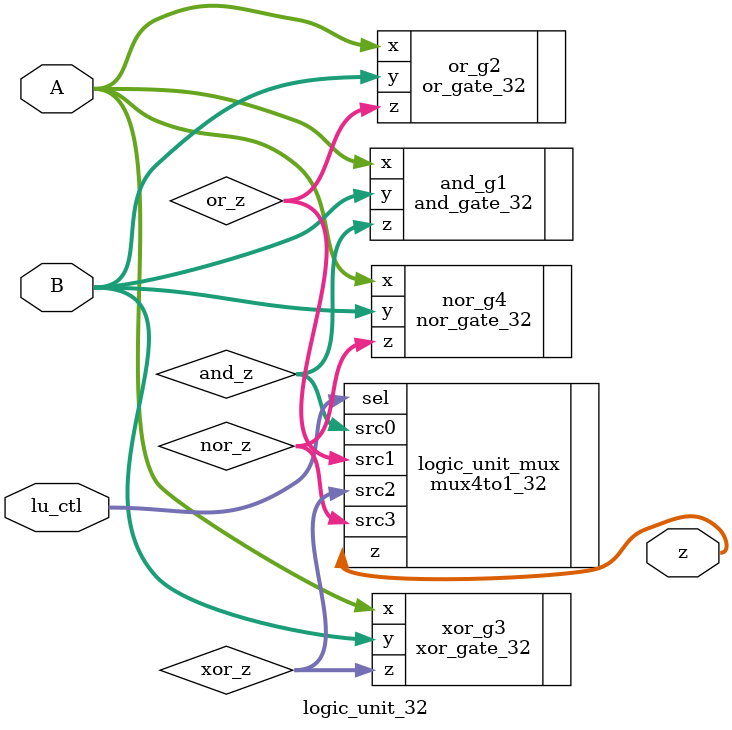
<source format=v>
module logic_unit_32(A, B, lu_ctl, z);
	input [31:0] A;
	input [31:0] B;
	input [1:0] lu_ctl;
	output wire [31:0] z;

	// Create internal wiring for and, or, xor, nor results.
	wire [31:0] and_z;
	wire [31:0] or_z;
	wire [31:0] xor_z;
	wire [31:0] nor_z;

	// AND (A & B) using and_gate_32.v
	and_gate_32 and_g1(.x(A), .y(B), .z(and_z));

	// OR (A | B) using or_gate_32.v
	or_gate_32 or_g2(.x(A), .y(B), .z(or_z));

	// XOR (A ^ B) using xor_gate_32.v
	xor_gate_32 xor_g3(.x(A), .y(B), .z(xor_z));

	// NOR ~(A | B) using nor_gate_32.v
	nor_gate_32 nor_g4(.x(A), .y(B), .z(nor_z));

	// Connect a 4to1 mux to select from AND/OR/XOR/NOR operations
	mux4to1_32 logic_unit_mux(.sel(lu_ctl), .src0(and_z), .src1(or_z), .src2(xor_z), .src3(nor_z), .z(z));

endmodule
</source>
